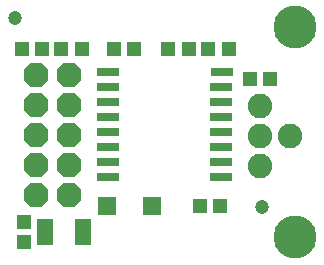
<source format=gts>
G75*
%MOIN*%
%OFA0B0*%
%FSLAX25Y25*%
%IPPOS*%
%LPD*%
%AMOC8*
5,1,8,0,0,1.08239X$1,22.5*
%
%ADD10OC8,0.08200*%
%ADD11R,0.07457X0.03052*%
%ADD12R,0.06312X0.06312*%
%ADD13R,0.05131X0.04737*%
%ADD14R,0.04737X0.05131*%
%ADD15R,0.05524X0.08674*%
%ADD16R,0.04737X0.04737*%
%ADD17C,0.08200*%
%ADD18C,0.04737*%
%ADD19C,0.14300*%
D10*
X0090178Y0133901D03*
X0101178Y0133901D03*
X0101178Y0143901D03*
X0090178Y0143901D03*
X0090178Y0153901D03*
X0101178Y0153901D03*
X0101178Y0163901D03*
X0090178Y0163901D03*
X0090178Y0173901D03*
X0101178Y0173901D03*
D11*
X0114157Y0174901D03*
X0114157Y0169901D03*
X0114157Y0164901D03*
X0114157Y0159901D03*
X0114157Y0154901D03*
X0114157Y0149901D03*
X0114157Y0144901D03*
X0114157Y0139901D03*
X0151720Y0139901D03*
X0151720Y0144901D03*
X0151720Y0149901D03*
X0151720Y0154901D03*
X0151720Y0159901D03*
X0151720Y0164901D03*
X0151720Y0169901D03*
X0151917Y0174901D03*
D12*
X0128659Y0130346D03*
X0113698Y0130346D03*
D13*
X0144869Y0130317D03*
X0151562Y0130317D03*
X0161314Y0172803D03*
X0168007Y0172803D03*
X0122625Y0182525D03*
X0115932Y0182525D03*
D14*
X0085916Y0118257D03*
X0085916Y0124950D03*
X0085252Y0182665D03*
X0091945Y0182665D03*
X0134222Y0182533D03*
X0140915Y0182533D03*
D15*
X0105818Y0121701D03*
X0093219Y0121701D03*
D16*
X0098366Y0182665D03*
X0105271Y0182665D03*
X0147416Y0182533D03*
X0154321Y0182533D03*
D17*
X0164808Y0163753D03*
X0164808Y0153753D03*
X0174888Y0153693D03*
X0164808Y0143753D03*
D18*
X0165528Y0129873D03*
X0083028Y0192873D03*
D19*
X0176528Y0189903D03*
X0176528Y0119903D03*
M02*

</source>
